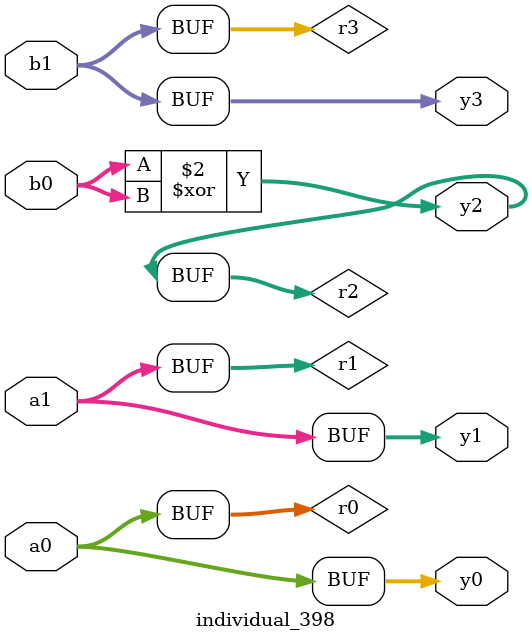
<source format=sv>
module individual_398(input logic [15:0] a1, input logic [15:0] a0, input logic [15:0] b1, input logic [15:0] b0, output logic [15:0] y3, output logic [15:0] y2, output logic [15:0] y1, output logic [15:0] y0);
logic [15:0] r0, r1, r2, r3; 
 always@(*) begin 
	 r0 = a0; r1 = a1; r2 = b0; r3 = b1; 
 	 r2  ^=  r2 ;
 	 y3 = r3; y2 = r2; y1 = r1; y0 = r0; 
end
endmodule
</source>
